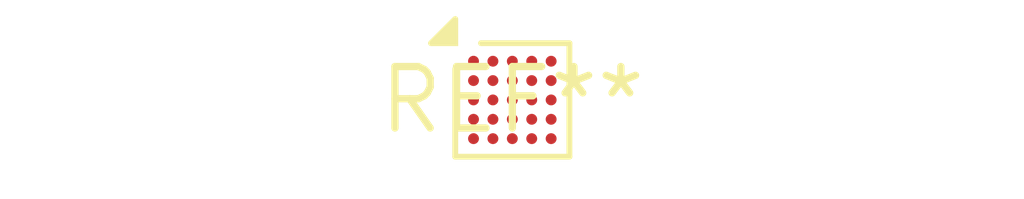
<source format=kicad_pcb>
(kicad_pcb (version 20240108) (generator pcbnew)
  (layers (0 "F.Cu" signal) (31 "B.Cu" signal) (34 "B.Paste" user) (35 "F.Paste" user) (36 "B.SilkS" user "B.Silkscreen") (37 "F.SilkS" user "F.Silkscreen") (38 "B.Mask" user) (39 "F.Mask" user) (44 "Edge.Cuts" user))
  (net 0 "")
  (footprint "ST_WLCSP-25_Die457" (layer "F.Cu") (at 0 0)
    (property "Reference" "REF**")
    (property "Value" "ST_WLCSP-25_Die457")
    (fp_line (start -1.1765 1.1725) (end -1.1765 -0.64125) (layer "F.SilkS") (stroke (width 0.12)))
    (fp_line (start -0.64525 -1.1725) (end 1.1765 -1.1725) (layer "F.SilkS") (stroke (width 0.12)))
    (fp_line (start 1.1765 -1.1725) (end 1.1765 1.1725) (layer "F.SilkS") (stroke (width 0.12)))
    (fp_line (start 1.1765 1.1725) (end -1.1765 1.1725) (layer "F.SilkS") (stroke (width 0.12)))
    (fp_poly (pts (xy -1.1765 -1.1725) (xy -1.6765 -1.1725) (xy -1.1765 -1.6725) (xy -1.1765 -1.1725)) (layer "F.SilkS") (stroke (width 0.12)) (fill solid))
    (pad "A1" smd circle (at -0.8 -0.8) (size 0.225 0.225) (property pad_prop_bga) (layers "F.Cu" "F.Paste" "F.Mask"))
    (pad "A2" smd circle (at -0.4 -0.8) (size 0.225 0.225) (property pad_prop_bga) (layers "F.Cu" "F.Paste" "F.Mask"))
    (pad "A3" smd circle (at 0 -0.8) (size 0.225 0.225) (property pad_prop_bga) (layers "F.Cu" "F.Paste" "F.Mask"))
    (pad "A4" smd circle (at 0.4 -0.8) (size 0.225 0.225) (property pad_prop_bga) (layers "F.Cu" "F.Paste" "F.Mask"))
    (pad "A5" smd circle (at 0.8 -0.8) (size 0.225 0.225) (property pad_prop_bga) (layers "F.Cu" "F.Paste" "F.Mask"))
    (pad "B1" smd circle (at -0.8 -0.4) (size 0.225 0.225) (property pad_prop_bga) (layers "F.Cu" "F.Paste" "F.Mask"))
    (pad "B2" smd circle (at -0.4 -0.4) (size 0.225 0.225) (property pad_prop_bga) (layers "F.Cu" "F.Paste" "F.Mask"))
    (pad "B3" smd circle (at 0 -0.4) (size 0.225 0.225) (property pad_prop_bga) (layers "F.Cu" "F.Paste" "F.Mask"))
    (pad "B4" smd circle (at 0.4 -0.4) (size 0.225 0.225) (property pad_prop_bga) (layers "F.Cu" "F.Paste" "F.Mask"))
    (pad "B5" smd circle (at 0.8 -0.4) (size 0.225 0.225) (property pad_prop_bga) (layers "F.Cu" "F.Paste" "F.Mask"))
    (pad "C1" smd circle (at -0.8 0) (size 0.225 0.225) (property pad_prop_bga) (layers "F.Cu" "F.Paste" "F.Mask"))
    (pad "C2" smd circle (at -0.4 0) (size 0.225 0.225) (property pad_prop_bga) (layers "F.Cu" "F.Paste" "F.Mask"))
    (pad "C3" smd circle (at 0 0) (size 0.225 0.225) (property pad_prop_bga) (layers "F.Cu" "F.Paste" "F.Mask"))
    (pad "C4" smd circle (at 0.4 0) (size 0.225 0.225) (property pad_prop_bga) (layers "F.Cu" "F.Paste" "F.Mask"))
    (pad "C5" smd circle (at 0.8 0) (size 0.225 0.225) (property pad_prop_bga) (layers "F.Cu" "F.Paste" "F.Mask"))
    (pad "D1" smd circle (at -0.8 0.4) (size 0.225 0.225) (property pad_prop_bga) (layers "F.Cu" "F.Paste" "F.Mask"))
    (pad "D2" smd circle (at -0.4 0.4) (size 0.225 0.225) (property pad_prop_bga) (layers "F.Cu" "F.Paste" "F.Mask"))
    (pad "D3" smd circle (at 0 0.4) (size 0.225 0.225) (property pad_prop_bga) (layers "F.Cu" "F.Paste" "F.Mask"))
    (pad "D4" smd circle (at 0.4 0.4) (size 0.225 0.225) (property pad_prop_bga) (layers "F.Cu" "F.Paste" "F.Mask"))
    (pad "D5" smd circle (at 0.8 0.4) (size 0.225 0.225) (property pad_prop_bga) (layers "F.Cu" "F.Paste" "F.Mask"))
    (pad "E1" smd circle (at -0.8 0.8) (size 0.225 0.225) (property pad_prop_bga) (layers "F.Cu" "F.Paste" "F.Mask"))
    (pad "E2" smd circle (at -0.4 0.8) (size 0.225 0.225) (property pad_prop_bga) (layers "F.Cu" "F.Paste" "F.Mask"))
    (pad "E3" smd circle (at 0 0.8) (size 0.225 0.225) (property pad_prop_bga) (layers "F.Cu" "F.Paste" "F.Mask"))
    (pad "E4" smd circle (at 0.4 0.8) (size 0.225 0.225) (property pad_prop_bga) (layers "F.Cu" "F.Paste" "F.Mask"))
    (pad "E5" smd circle (at 0.8 0.8) (size 0.225 0.225) (property pad_prop_bga) (layers "F.Cu" "F.Paste" "F.Mask"))
  )
)
</source>
